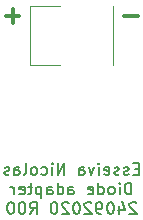
<source format=gbo>
G04 #@! TF.GenerationSoftware,KiCad,Pcbnew,(5.1.6)-1*
G04 #@! TF.CreationDate,2020-10-13T20:44:43+02:00*
G04 #@! TF.ProjectId,DiodeAdapterSmd,44696f64-6541-4646-9170-746572536d64,0*
G04 #@! TF.SameCoordinates,PX5f5e100PY2faf080*
G04 #@! TF.FileFunction,Legend,Bot*
G04 #@! TF.FilePolarity,Positive*
%FSLAX46Y46*%
G04 Gerber Fmt 4.6, Leading zero omitted, Abs format (unit mm)*
G04 Created by KiCad (PCBNEW (5.1.6)-1) date 2020-10-13 20:44:43*
%MOMM*%
%LPD*%
G01*
G04 APERTURE LIST*
%ADD10C,0.150000*%
%ADD11C,0.300000*%
%ADD12C,0.120000*%
G04 APERTURE END LIST*
D10*
X12666666Y-14278571D02*
X12333333Y-14278571D01*
X12190476Y-14802380D02*
X12666666Y-14802380D01*
X12666666Y-13802380D01*
X12190476Y-13802380D01*
X11809523Y-14754761D02*
X11714285Y-14802380D01*
X11523809Y-14802380D01*
X11428571Y-14754761D01*
X11380952Y-14659523D01*
X11380952Y-14611904D01*
X11428571Y-14516666D01*
X11523809Y-14469047D01*
X11666666Y-14469047D01*
X11761904Y-14421428D01*
X11809523Y-14326190D01*
X11809523Y-14278571D01*
X11761904Y-14183333D01*
X11666666Y-14135714D01*
X11523809Y-14135714D01*
X11428571Y-14183333D01*
X11000000Y-14754761D02*
X10904761Y-14802380D01*
X10714285Y-14802380D01*
X10619047Y-14754761D01*
X10571428Y-14659523D01*
X10571428Y-14611904D01*
X10619047Y-14516666D01*
X10714285Y-14469047D01*
X10857142Y-14469047D01*
X10952380Y-14421428D01*
X11000000Y-14326190D01*
X11000000Y-14278571D01*
X10952380Y-14183333D01*
X10857142Y-14135714D01*
X10714285Y-14135714D01*
X10619047Y-14183333D01*
X9761904Y-14754761D02*
X9857142Y-14802380D01*
X10047619Y-14802380D01*
X10142857Y-14754761D01*
X10190476Y-14659523D01*
X10190476Y-14278571D01*
X10142857Y-14183333D01*
X10047619Y-14135714D01*
X9857142Y-14135714D01*
X9761904Y-14183333D01*
X9714285Y-14278571D01*
X9714285Y-14373809D01*
X10190476Y-14469047D01*
X9285714Y-14802380D02*
X9285714Y-14135714D01*
X9285714Y-13802380D02*
X9333333Y-13850000D01*
X9285714Y-13897619D01*
X9238095Y-13850000D01*
X9285714Y-13802380D01*
X9285714Y-13897619D01*
X8904761Y-14135714D02*
X8666666Y-14802380D01*
X8428571Y-14135714D01*
X7619047Y-14802380D02*
X7619047Y-14278571D01*
X7666666Y-14183333D01*
X7761904Y-14135714D01*
X7952380Y-14135714D01*
X8047619Y-14183333D01*
X7619047Y-14754761D02*
X7714285Y-14802380D01*
X7952380Y-14802380D01*
X8047619Y-14754761D01*
X8095238Y-14659523D01*
X8095238Y-14564285D01*
X8047619Y-14469047D01*
X7952380Y-14421428D01*
X7714285Y-14421428D01*
X7619047Y-14373809D01*
X6380952Y-14802380D02*
X6380952Y-13802380D01*
X5809523Y-14802380D01*
X5809523Y-13802380D01*
X5333333Y-14802380D02*
X5333333Y-14135714D01*
X5333333Y-13802380D02*
X5380952Y-13850000D01*
X5333333Y-13897619D01*
X5285714Y-13850000D01*
X5333333Y-13802380D01*
X5333333Y-13897619D01*
X4428571Y-14754761D02*
X4523809Y-14802380D01*
X4714285Y-14802380D01*
X4809523Y-14754761D01*
X4857142Y-14707142D01*
X4904761Y-14611904D01*
X4904761Y-14326190D01*
X4857142Y-14230952D01*
X4809523Y-14183333D01*
X4714285Y-14135714D01*
X4523809Y-14135714D01*
X4428571Y-14183333D01*
X3857142Y-14802380D02*
X3952380Y-14754761D01*
X4000000Y-14707142D01*
X4047619Y-14611904D01*
X4047619Y-14326190D01*
X4000000Y-14230952D01*
X3952380Y-14183333D01*
X3857142Y-14135714D01*
X3714285Y-14135714D01*
X3619047Y-14183333D01*
X3571428Y-14230952D01*
X3523809Y-14326190D01*
X3523809Y-14611904D01*
X3571428Y-14707142D01*
X3619047Y-14754761D01*
X3714285Y-14802380D01*
X3857142Y-14802380D01*
X2952380Y-14802380D02*
X3047619Y-14754761D01*
X3095238Y-14659523D01*
X3095238Y-13802380D01*
X2142857Y-14802380D02*
X2142857Y-14278571D01*
X2190476Y-14183333D01*
X2285714Y-14135714D01*
X2476190Y-14135714D01*
X2571428Y-14183333D01*
X2142857Y-14754761D02*
X2238095Y-14802380D01*
X2476190Y-14802380D01*
X2571428Y-14754761D01*
X2619047Y-14659523D01*
X2619047Y-14564285D01*
X2571428Y-14469047D01*
X2476190Y-14421428D01*
X2238095Y-14421428D01*
X2142857Y-14373809D01*
X1714285Y-14754761D02*
X1619047Y-14802380D01*
X1428571Y-14802380D01*
X1333333Y-14754761D01*
X1285714Y-14659523D01*
X1285714Y-14611904D01*
X1333333Y-14516666D01*
X1428571Y-14469047D01*
X1571428Y-14469047D01*
X1666666Y-14421428D01*
X1714285Y-14326190D01*
X1714285Y-14278571D01*
X1666666Y-14183333D01*
X1571428Y-14135714D01*
X1428571Y-14135714D01*
X1333333Y-14183333D01*
X12047619Y-16452380D02*
X12047619Y-15452380D01*
X11809523Y-15452380D01*
X11666666Y-15500000D01*
X11571428Y-15595238D01*
X11523809Y-15690476D01*
X11476190Y-15880952D01*
X11476190Y-16023809D01*
X11523809Y-16214285D01*
X11571428Y-16309523D01*
X11666666Y-16404761D01*
X11809523Y-16452380D01*
X12047619Y-16452380D01*
X11047619Y-16452380D02*
X11047619Y-15785714D01*
X11047619Y-15452380D02*
X11095238Y-15500000D01*
X11047619Y-15547619D01*
X11000000Y-15500000D01*
X11047619Y-15452380D01*
X11047619Y-15547619D01*
X10428571Y-16452380D02*
X10523809Y-16404761D01*
X10571428Y-16357142D01*
X10619047Y-16261904D01*
X10619047Y-15976190D01*
X10571428Y-15880952D01*
X10523809Y-15833333D01*
X10428571Y-15785714D01*
X10285714Y-15785714D01*
X10190476Y-15833333D01*
X10142857Y-15880952D01*
X10095238Y-15976190D01*
X10095238Y-16261904D01*
X10142857Y-16357142D01*
X10190476Y-16404761D01*
X10285714Y-16452380D01*
X10428571Y-16452380D01*
X9238095Y-16452380D02*
X9238095Y-15452380D01*
X9238095Y-16404761D02*
X9333333Y-16452380D01*
X9523809Y-16452380D01*
X9619047Y-16404761D01*
X9666666Y-16357142D01*
X9714285Y-16261904D01*
X9714285Y-15976190D01*
X9666666Y-15880952D01*
X9619047Y-15833333D01*
X9523809Y-15785714D01*
X9333333Y-15785714D01*
X9238095Y-15833333D01*
X8380952Y-16404761D02*
X8476190Y-16452380D01*
X8666666Y-16452380D01*
X8761904Y-16404761D01*
X8809523Y-16309523D01*
X8809523Y-15928571D01*
X8761904Y-15833333D01*
X8666666Y-15785714D01*
X8476190Y-15785714D01*
X8380952Y-15833333D01*
X8333333Y-15928571D01*
X8333333Y-16023809D01*
X8809523Y-16119047D01*
X6714285Y-16452380D02*
X6714285Y-15928571D01*
X6761904Y-15833333D01*
X6857142Y-15785714D01*
X7047619Y-15785714D01*
X7142857Y-15833333D01*
X6714285Y-16404761D02*
X6809523Y-16452380D01*
X7047619Y-16452380D01*
X7142857Y-16404761D01*
X7190476Y-16309523D01*
X7190476Y-16214285D01*
X7142857Y-16119047D01*
X7047619Y-16071428D01*
X6809523Y-16071428D01*
X6714285Y-16023809D01*
X5809523Y-16452380D02*
X5809523Y-15452380D01*
X5809523Y-16404761D02*
X5904761Y-16452380D01*
X6095238Y-16452380D01*
X6190476Y-16404761D01*
X6238095Y-16357142D01*
X6285714Y-16261904D01*
X6285714Y-15976190D01*
X6238095Y-15880952D01*
X6190476Y-15833333D01*
X6095238Y-15785714D01*
X5904761Y-15785714D01*
X5809523Y-15833333D01*
X4904761Y-16452380D02*
X4904761Y-15928571D01*
X4952380Y-15833333D01*
X5047619Y-15785714D01*
X5238095Y-15785714D01*
X5333333Y-15833333D01*
X4904761Y-16404761D02*
X5000000Y-16452380D01*
X5238095Y-16452380D01*
X5333333Y-16404761D01*
X5380952Y-16309523D01*
X5380952Y-16214285D01*
X5333333Y-16119047D01*
X5238095Y-16071428D01*
X5000000Y-16071428D01*
X4904761Y-16023809D01*
X4428571Y-15785714D02*
X4428571Y-16785714D01*
X4428571Y-15833333D02*
X4333333Y-15785714D01*
X4142857Y-15785714D01*
X4047619Y-15833333D01*
X4000000Y-15880952D01*
X3952380Y-15976190D01*
X3952380Y-16261904D01*
X4000000Y-16357142D01*
X4047619Y-16404761D01*
X4142857Y-16452380D01*
X4333333Y-16452380D01*
X4428571Y-16404761D01*
X3666666Y-15785714D02*
X3285714Y-15785714D01*
X3523809Y-15452380D02*
X3523809Y-16309523D01*
X3476190Y-16404761D01*
X3380952Y-16452380D01*
X3285714Y-16452380D01*
X2571428Y-16404761D02*
X2666666Y-16452380D01*
X2857142Y-16452380D01*
X2952380Y-16404761D01*
X3000000Y-16309523D01*
X3000000Y-15928571D01*
X2952380Y-15833333D01*
X2857142Y-15785714D01*
X2666666Y-15785714D01*
X2571428Y-15833333D01*
X2523809Y-15928571D01*
X2523809Y-16023809D01*
X3000000Y-16119047D01*
X2095238Y-16452380D02*
X2095238Y-15785714D01*
X2095238Y-15976190D02*
X2047619Y-15880952D01*
X2000000Y-15833333D01*
X1904761Y-15785714D01*
X1809523Y-15785714D01*
X12452380Y-17197619D02*
X12404761Y-17150000D01*
X12309523Y-17102380D01*
X12071428Y-17102380D01*
X11976190Y-17150000D01*
X11928571Y-17197619D01*
X11880952Y-17292857D01*
X11880952Y-17388095D01*
X11928571Y-17530952D01*
X12500000Y-18102380D01*
X11880952Y-18102380D01*
X11023809Y-17435714D02*
X11023809Y-18102380D01*
X11261904Y-17054761D02*
X11500000Y-17769047D01*
X10880952Y-17769047D01*
X10309523Y-17102380D02*
X10214285Y-17102380D01*
X10119047Y-17150000D01*
X10071428Y-17197619D01*
X10023809Y-17292857D01*
X9976190Y-17483333D01*
X9976190Y-17721428D01*
X10023809Y-17911904D01*
X10071428Y-18007142D01*
X10119047Y-18054761D01*
X10214285Y-18102380D01*
X10309523Y-18102380D01*
X10404761Y-18054761D01*
X10452380Y-18007142D01*
X10500000Y-17911904D01*
X10547619Y-17721428D01*
X10547619Y-17483333D01*
X10500000Y-17292857D01*
X10452380Y-17197619D01*
X10404761Y-17150000D01*
X10309523Y-17102380D01*
X9500000Y-18102380D02*
X9309523Y-18102380D01*
X9214285Y-18054761D01*
X9166666Y-18007142D01*
X9071428Y-17864285D01*
X9023809Y-17673809D01*
X9023809Y-17292857D01*
X9071428Y-17197619D01*
X9119047Y-17150000D01*
X9214285Y-17102380D01*
X9404761Y-17102380D01*
X9500000Y-17150000D01*
X9547619Y-17197619D01*
X9595238Y-17292857D01*
X9595238Y-17530952D01*
X9547619Y-17626190D01*
X9500000Y-17673809D01*
X9404761Y-17721428D01*
X9214285Y-17721428D01*
X9119047Y-17673809D01*
X9071428Y-17626190D01*
X9023809Y-17530952D01*
X8642857Y-17197619D02*
X8595238Y-17150000D01*
X8500000Y-17102380D01*
X8261904Y-17102380D01*
X8166666Y-17150000D01*
X8119047Y-17197619D01*
X8071428Y-17292857D01*
X8071428Y-17388095D01*
X8119047Y-17530952D01*
X8690476Y-18102380D01*
X8071428Y-18102380D01*
X7452380Y-17102380D02*
X7357142Y-17102380D01*
X7261904Y-17150000D01*
X7214285Y-17197619D01*
X7166666Y-17292857D01*
X7119047Y-17483333D01*
X7119047Y-17721428D01*
X7166666Y-17911904D01*
X7214285Y-18007142D01*
X7261904Y-18054761D01*
X7357142Y-18102380D01*
X7452380Y-18102380D01*
X7547619Y-18054761D01*
X7595238Y-18007142D01*
X7642857Y-17911904D01*
X7690476Y-17721428D01*
X7690476Y-17483333D01*
X7642857Y-17292857D01*
X7595238Y-17197619D01*
X7547619Y-17150000D01*
X7452380Y-17102380D01*
X6738095Y-17197619D02*
X6690476Y-17150000D01*
X6595238Y-17102380D01*
X6357142Y-17102380D01*
X6261904Y-17150000D01*
X6214285Y-17197619D01*
X6166666Y-17292857D01*
X6166666Y-17388095D01*
X6214285Y-17530952D01*
X6785714Y-18102380D01*
X6166666Y-18102380D01*
X5547619Y-17102380D02*
X5452380Y-17102380D01*
X5357142Y-17150000D01*
X5309523Y-17197619D01*
X5261904Y-17292857D01*
X5214285Y-17483333D01*
X5214285Y-17721428D01*
X5261904Y-17911904D01*
X5309523Y-18007142D01*
X5357142Y-18054761D01*
X5452380Y-18102380D01*
X5547619Y-18102380D01*
X5642857Y-18054761D01*
X5690476Y-18007142D01*
X5738095Y-17911904D01*
X5785714Y-17721428D01*
X5785714Y-17483333D01*
X5738095Y-17292857D01*
X5690476Y-17197619D01*
X5642857Y-17150000D01*
X5547619Y-17102380D01*
X3452380Y-18102380D02*
X3785714Y-17626190D01*
X4023809Y-18102380D02*
X4023809Y-17102380D01*
X3642857Y-17102380D01*
X3547619Y-17150000D01*
X3500000Y-17197619D01*
X3452380Y-17292857D01*
X3452380Y-17435714D01*
X3500000Y-17530952D01*
X3547619Y-17578571D01*
X3642857Y-17626190D01*
X4023809Y-17626190D01*
X2833333Y-17102380D02*
X2738095Y-17102380D01*
X2642857Y-17150000D01*
X2595238Y-17197619D01*
X2547619Y-17292857D01*
X2500000Y-17483333D01*
X2500000Y-17721428D01*
X2547619Y-17911904D01*
X2595238Y-18007142D01*
X2642857Y-18054761D01*
X2738095Y-18102380D01*
X2833333Y-18102380D01*
X2928571Y-18054761D01*
X2976190Y-18007142D01*
X3023809Y-17911904D01*
X3071428Y-17721428D01*
X3071428Y-17483333D01*
X3023809Y-17292857D01*
X2976190Y-17197619D01*
X2928571Y-17150000D01*
X2833333Y-17102380D01*
X1880952Y-17102380D02*
X1785714Y-17102380D01*
X1690476Y-17150000D01*
X1642857Y-17197619D01*
X1595238Y-17292857D01*
X1547619Y-17483333D01*
X1547619Y-17721428D01*
X1595238Y-17911904D01*
X1642857Y-18007142D01*
X1690476Y-18054761D01*
X1785714Y-18102380D01*
X1880952Y-18102380D01*
X1976190Y-18054761D01*
X2023809Y-18007142D01*
X2071428Y-17911904D01*
X2119047Y-17721428D01*
X2119047Y-17483333D01*
X2071428Y-17292857D01*
X2023809Y-17197619D01*
X1976190Y-17150000D01*
X1880952Y-17102380D01*
D11*
X12571428Y-1357142D02*
X11428571Y-1357142D01*
X2571428Y-1357142D02*
X1428571Y-1357142D01*
X2000000Y-1928571D02*
X2000000Y-785714D01*
D12*
X10500000Y-5500000D02*
X10500000Y-500000D01*
X3500000Y-5500000D02*
X3500000Y-500000D01*
X3500000Y-500000D02*
X6000000Y-500000D01*
X3500000Y-5500000D02*
X6000000Y-5500000D01*
M02*

</source>
